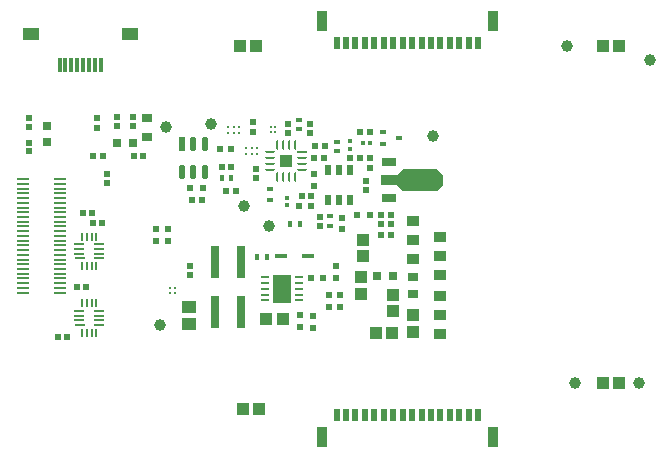
<source format=gbp>
G04*
G04 #@! TF.GenerationSoftware,Altium Limited,Altium Designer,24.6.1 (21)*
G04*
G04 Layer_Color=128*
%FSLAX44Y44*%
%MOMM*%
G71*
G04*
G04 #@! TF.SameCoordinates,E18C277C-CF0C-426E-95C7-D1DF2096CF1D*
G04*
G04*
G04 #@! TF.FilePolarity,Positive*
G04*
G01*
G75*
%ADD22C,1.0000*%
%ADD23R,0.5200X0.5600*%
%ADD24R,0.5000X0.4000*%
%ADD27R,0.4000X0.5000*%
%ADD33R,0.5725X0.5682*%
%ADD37C,0.2260*%
%ADD38R,0.5600X0.5200*%
G04:AMPARAMS|DCode=40|XSize=0.55mm|YSize=0.8mm|CornerRadius=0.0495mm|HoleSize=0mm|Usage=FLASHONLY|Rotation=0.000|XOffset=0mm|YOffset=0mm|HoleType=Round|Shape=RoundedRectangle|*
%AMROUNDEDRECTD40*
21,1,0.5500,0.7010,0,0,0.0*
21,1,0.4510,0.8000,0,0,0.0*
1,1,0.0990,0.2255,-0.3505*
1,1,0.0990,-0.2255,-0.3505*
1,1,0.0990,-0.2255,0.3505*
1,1,0.0990,0.2255,0.3505*
%
%ADD40ROUNDEDRECTD40*%
%ADD41R,0.6000X0.4000*%
%ADD43R,0.6153X0.5725*%
%ADD44R,0.4682X0.4725*%
%ADD46R,0.4725X0.4682*%
%ADD47R,1.1051X1.0062*%
%ADD48R,0.6500X0.7000*%
%ADD49R,1.0062X1.1051*%
%ADD53R,1.0000X0.9000*%
%ADD58R,0.5682X0.5725*%
%ADD62R,0.5153X0.4725*%
%ADD67R,0.9000X0.7500*%
%ADD68R,0.5725X0.6153*%
%ADD115R,0.5334X1.0414*%
%ADD116R,0.9398X1.6510*%
%ADD117R,0.3000X1.2000*%
%ADD118R,1.4000X1.0000*%
%ADD119R,1.1064X0.4156*%
%ADD120R,0.7000X0.2500*%
%ADD121R,1.6500X2.3800*%
%ADD122R,0.4750X0.5000*%
%ADD123R,0.5000X0.4750*%
%ADD124R,0.6000X0.6000*%
G04:AMPARAMS|DCode=125|XSize=0.75mm|YSize=0.22mm|CornerRadius=0.0066mm|HoleSize=0mm|Usage=FLASHONLY|Rotation=90.000|XOffset=0mm|YOffset=0mm|HoleType=Round|Shape=RoundedRectangle|*
%AMROUNDEDRECTD125*
21,1,0.7500,0.2068,0,0,90.0*
21,1,0.7368,0.2200,0,0,90.0*
1,1,0.0132,0.1034,0.3684*
1,1,0.0132,0.1034,-0.3684*
1,1,0.0132,-0.1034,-0.3684*
1,1,0.0132,-0.1034,0.3684*
%
%ADD125ROUNDEDRECTD125*%
G04:AMPARAMS|DCode=126|XSize=0.81mm|YSize=0.22mm|CornerRadius=0.0066mm|HoleSize=0mm|Usage=FLASHONLY|Rotation=180.000|XOffset=0mm|YOffset=0mm|HoleType=Round|Shape=RoundedRectangle|*
%AMROUNDEDRECTD126*
21,1,0.8100,0.2068,0,0,180.0*
21,1,0.7968,0.2200,0,0,180.0*
1,1,0.0132,-0.3984,0.1034*
1,1,0.0132,0.3984,0.1034*
1,1,0.0132,0.3984,-0.1034*
1,1,0.0132,-0.3984,-0.1034*
%
%ADD126ROUNDEDRECTD126*%
G04:AMPARAMS|DCode=127|XSize=0.91mm|YSize=0.22mm|CornerRadius=0.0066mm|HoleSize=0mm|Usage=FLASHONLY|Rotation=0.000|XOffset=0mm|YOffset=0mm|HoleType=Round|Shape=RoundedRectangle|*
%AMROUNDEDRECTD127*
21,1,0.9100,0.2068,0,0,0.0*
21,1,0.8968,0.2200,0,0,0.0*
1,1,0.0132,0.4484,-0.1034*
1,1,0.0132,-0.4484,-0.1034*
1,1,0.0132,-0.4484,0.1034*
1,1,0.0132,0.4484,0.1034*
%
%ADD127ROUNDEDRECTD127*%
%ADD128R,0.4725X0.5153*%
G04:AMPARAMS|DCode=129|XSize=1.2397mm|YSize=0.5258mm|CornerRadius=0.2629mm|HoleSize=0mm|Usage=FLASHONLY|Rotation=270.000|XOffset=0mm|YOffset=0mm|HoleType=Round|Shape=RoundedRectangle|*
%AMROUNDEDRECTD129*
21,1,1.2397,0.0000,0,0,270.0*
21,1,0.7139,0.5258,0,0,270.0*
1,1,0.5258,0.0000,-0.3569*
1,1,0.5258,0.0000,0.3569*
1,1,0.5258,0.0000,0.3569*
1,1,0.5258,0.0000,-0.3569*
%
%ADD129ROUNDEDRECTD129*%
%ADD130R,0.5258X1.2397*%
%ADD131R,0.4000X0.3500*%
%ADD132R,0.5100X0.4000*%
%ADD135R,1.3000X0.7112*%
%ADD136R,0.6000X0.5000*%
%ADD137R,0.9000X0.6500*%
%ADD138R,0.8000X2.7000*%
%ADD139R,1.3082X1.0057*%
%ADD140R,1.1318X0.1524*%
%ADD141R,0.7000X0.6500*%
%ADD142R,0.3627X0.4541*%
%ADD143R,0.4541X0.3627*%
%ADD144R,0.5000X0.4750*%
G04:AMPARAMS|DCode=145|XSize=0.806mm|YSize=0.2393mm|CornerRadius=0.1196mm|HoleSize=0mm|Usage=FLASHONLY|Rotation=180.000|XOffset=0mm|YOffset=0mm|HoleType=Round|Shape=RoundedRectangle|*
%AMROUNDEDRECTD145*
21,1,0.8060,0.0000,0,0,180.0*
21,1,0.5667,0.2393,0,0,180.0*
1,1,0.2393,-0.2834,0.0000*
1,1,0.2393,0.2834,0.0000*
1,1,0.2393,0.2834,0.0000*
1,1,0.2393,-0.2834,0.0000*
%
%ADD145ROUNDEDRECTD145*%
G04:AMPARAMS|DCode=146|XSize=0.2393mm|YSize=0.806mm|CornerRadius=0.1196mm|HoleSize=0mm|Usage=FLASHONLY|Rotation=180.000|XOffset=0mm|YOffset=0mm|HoleType=Round|Shape=RoundedRectangle|*
%AMROUNDEDRECTD146*
21,1,0.2393,0.5667,0,0,180.0*
21,1,0.0000,0.8060,0,0,180.0*
1,1,0.2393,0.0000,0.2834*
1,1,0.2393,0.0000,0.2834*
1,1,0.2393,0.0000,-0.2834*
1,1,0.2393,0.0000,-0.2834*
%
%ADD146ROUNDEDRECTD146*%
%ADD148R,0.8060X0.2393*%
%ADD149R,0.4750X0.5000*%
%ADD162R,1.0119X1.0119*%
G36*
X49920Y46072D02*
Y36928D01*
X44967Y31975D01*
X16519D01*
X11566Y36928D01*
X-2531D01*
Y46072D01*
X11566D01*
X16519Y51025D01*
X44967D01*
X49920Y46072D01*
D02*
G37*
D22*
X162000Y-130000D02*
D03*
X225000Y143000D02*
D03*
X155000Y155000D02*
D03*
X216000Y-130000D02*
D03*
X-184083Y86695D02*
D03*
X-189250Y-81230D02*
D03*
X41250Y78750D02*
D03*
X-97500Y2250D02*
D03*
X-118750Y19500D02*
D03*
X-146000Y89000D02*
D03*
D23*
X-108388Y50550D02*
D03*
Y42950D02*
D03*
X-62500Y89050D02*
D03*
Y81450D02*
D03*
X-54250Y2700D02*
D03*
Y10300D02*
D03*
X-164500Y-39050D02*
D03*
Y-31450D02*
D03*
X-80750Y81450D02*
D03*
Y89050D02*
D03*
D24*
X-45250Y10750D02*
D03*
Y2750D02*
D03*
X-71743Y92362D02*
D03*
Y84362D02*
D03*
X-40000Y66000D02*
D03*
Y74000D02*
D03*
D27*
X-79250Y4000D02*
D03*
X-71250D02*
D03*
X-137250Y43250D02*
D03*
X-129250D02*
D03*
X-99000Y-23728D02*
D03*
X-107000D02*
D03*
D33*
X-35750Y-22D02*
D03*
Y9021D02*
D03*
X-110750Y91021D02*
D03*
Y81979D02*
D03*
D37*
X-176750Y-54250D02*
D03*
Y-50250D02*
D03*
X-180750Y-54250D02*
D03*
Y-50250D02*
D03*
X-117000Y63250D02*
D03*
X-112000D02*
D03*
X-117000Y68250D02*
D03*
X-112000D02*
D03*
X-107000D02*
D03*
Y63250D02*
D03*
X-132250Y81500D02*
D03*
X-127250D02*
D03*
X-132250Y86500D02*
D03*
X-127250D02*
D03*
X-122250D02*
D03*
Y81500D02*
D03*
X-95750Y86500D02*
D03*
Y82500D02*
D03*
X-91750D02*
D03*
Y86500D02*
D03*
D38*
X-129450Y52250D02*
D03*
X-137050D02*
D03*
X-211800Y62000D02*
D03*
X-204200D02*
D03*
X-260050Y-49250D02*
D03*
X-252450D02*
D03*
X-275800Y-91500D02*
D03*
X-268200D02*
D03*
D40*
X-28500Y50000D02*
D03*
X-47500D02*
D03*
X-38000D02*
D03*
X-28500Y24500D02*
D03*
X-38000D02*
D03*
X-47500D02*
D03*
D41*
X-96250Y24750D02*
D03*
Y33750D02*
D03*
D43*
X-138286Y68000D02*
D03*
X-129714D02*
D03*
X-58536Y70000D02*
D03*
X-49964D02*
D03*
X-50214Y60250D02*
D03*
X-58786D02*
D03*
X-162286Y25000D02*
D03*
X-153714D02*
D03*
D44*
X-255021Y13500D02*
D03*
X-246978D02*
D03*
X-237978Y62000D02*
D03*
X-246021D02*
D03*
X-20229Y60250D02*
D03*
X-28272D02*
D03*
X6022Y-5000D02*
D03*
X-2022D02*
D03*
X-246271Y5000D02*
D03*
X-238228D02*
D03*
X-19771Y82250D02*
D03*
X-11729D02*
D03*
D46*
X-234000Y38979D02*
D03*
Y47021D02*
D03*
X-15250Y41021D02*
D03*
Y32978D02*
D03*
X-2250Y12021D02*
D03*
Y3979D02*
D03*
X-12000Y51729D02*
D03*
Y59771D02*
D03*
D47*
X185244Y-130750D02*
D03*
X199256D02*
D03*
X-105494Y-152500D02*
D03*
X-119506D02*
D03*
X185494Y155000D02*
D03*
X199506D02*
D03*
X-107994D02*
D03*
X-122006D02*
D03*
X-99506Y-75729D02*
D03*
X-85494D02*
D03*
X-7006Y-88000D02*
D03*
X7006D02*
D03*
D48*
X-212750Y73000D02*
D03*
X-226250D02*
D03*
X7750Y-40000D02*
D03*
X-5750D02*
D03*
D49*
X-18000Y-23006D02*
D03*
Y-8994D02*
D03*
X-19000Y-55006D02*
D03*
Y-40994D02*
D03*
X7500Y-69506D02*
D03*
Y-55494D02*
D03*
X25000Y-87006D02*
D03*
Y-72994D02*
D03*
D53*
Y7000D02*
D03*
Y-9000D02*
D03*
Y-25000D02*
D03*
X47500Y-6500D02*
D03*
Y-22500D02*
D03*
Y-38500D02*
D03*
Y-88500D02*
D03*
Y-72500D02*
D03*
Y-56500D02*
D03*
D58*
X-134022Y32250D02*
D03*
X-124979D02*
D03*
X-46021Y-55750D02*
D03*
X-36978D02*
D03*
X-37229Y-65750D02*
D03*
X-46272D02*
D03*
D62*
X-61500Y28000D02*
D03*
X-69071D02*
D03*
D67*
X-200750Y78250D02*
D03*
Y93750D02*
D03*
D68*
X-243000Y85714D02*
D03*
Y94286D02*
D03*
D115*
X40000Y-157141D02*
D03*
X56000D02*
D03*
X32000D02*
D03*
X80000D02*
D03*
X64000D02*
D03*
X72000D02*
D03*
X-24000D02*
D03*
X-16000D02*
D03*
X-40000D02*
D03*
X-32000D02*
D03*
X8000D02*
D03*
X24000D02*
D03*
X0D02*
D03*
X-8000D02*
D03*
X48000D02*
D03*
X16000D02*
D03*
X0Y157141D02*
D03*
X-16000D02*
D03*
X8000D02*
D03*
X-40000D02*
D03*
X-24000D02*
D03*
X-32000D02*
D03*
X64000D02*
D03*
X56000D02*
D03*
X80000D02*
D03*
X72000D02*
D03*
X32000D02*
D03*
X16000D02*
D03*
X40000D02*
D03*
X48000D02*
D03*
X-8000D02*
D03*
X24000D02*
D03*
D116*
X92500Y-176341D02*
D03*
X-52500D02*
D03*
Y176341D02*
D03*
X92500D02*
D03*
D117*
X-249500Y138500D02*
D03*
X-239500D02*
D03*
X-259500D02*
D03*
X-264500D02*
D03*
X-254500D02*
D03*
X-244500D02*
D03*
X-269500D02*
D03*
X-274500D02*
D03*
D118*
X-215000Y165000D02*
D03*
X-298500D02*
D03*
D119*
X-63820Y-23228D02*
D03*
X-86680D02*
D03*
D120*
X-100500Y-60479D02*
D03*
Y-55479D02*
D03*
Y-50479D02*
D03*
Y-45479D02*
D03*
Y-40479D02*
D03*
X-72000Y-60479D02*
D03*
Y-55479D02*
D03*
Y-50479D02*
D03*
Y-45479D02*
D03*
Y-40479D02*
D03*
D121*
X-86250Y-50479D02*
D03*
D122*
X-61370Y-41250D02*
D03*
X-51130D02*
D03*
D123*
X-60000Y-83598D02*
D03*
X-59996Y-73331D02*
D03*
X-71000Y-72859D02*
D03*
Y-83098D02*
D03*
X-40250Y-31130D02*
D03*
Y-41370D02*
D03*
D124*
X-182500Y-10250D02*
D03*
Y250D02*
D03*
X-192500Y-10250D02*
D03*
Y250D02*
D03*
D125*
X-255250Y-31200D02*
D03*
X-251250D02*
D03*
X-247250D02*
D03*
X-243250D02*
D03*
Y-6300D02*
D03*
X-247250D02*
D03*
X-251250D02*
D03*
X-255250D02*
D03*
Y-87700D02*
D03*
Y-62800D02*
D03*
X-251250D02*
D03*
X-247250D02*
D03*
X-243250D02*
D03*
Y-87700D02*
D03*
X-247250D02*
D03*
X-251250D02*
D03*
D126*
X-240800Y-24750D02*
D03*
Y-20750D02*
D03*
Y-16750D02*
D03*
Y-12750D02*
D03*
X-257700D02*
D03*
Y-16750D02*
D03*
Y-20750D02*
D03*
Y-77250D02*
D03*
Y-73250D02*
D03*
Y-69250D02*
D03*
X-240800D02*
D03*
Y-73250D02*
D03*
Y-77250D02*
D03*
Y-81250D02*
D03*
D127*
X-257200Y-24750D02*
D03*
Y-81250D02*
D03*
D128*
X-226250Y94786D02*
D03*
Y87214D02*
D03*
X-212000Y94786D02*
D03*
Y87214D02*
D03*
X-300000Y86714D02*
D03*
Y94286D02*
D03*
Y65714D02*
D03*
Y73286D02*
D03*
X6250Y4214D02*
D03*
Y11786D02*
D03*
D129*
X-170750Y48345D02*
D03*
X-151750D02*
D03*
X-161250D02*
D03*
X-151750Y71655D02*
D03*
X-161250D02*
D03*
D130*
X-170750D02*
D03*
D131*
X-28750Y67750D02*
D03*
Y74250D02*
D03*
D132*
X12450Y77000D02*
D03*
X-450Y72000D02*
D03*
Y82000D02*
D03*
D135*
X4073Y56486D02*
D03*
Y26514D02*
D03*
D136*
X-22500Y12000D02*
D03*
X-11500D02*
D03*
X-153000Y34500D02*
D03*
X-164000D02*
D03*
D137*
X25000Y-40250D02*
D03*
Y-54750D02*
D03*
D138*
X-143000Y-28000D02*
D03*
X-121000D02*
D03*
Y-70000D02*
D03*
X-143000D02*
D03*
D139*
X-165000Y-65738D02*
D03*
Y-80262D02*
D03*
D140*
X-274252Y-53800D02*
D03*
X-305748D02*
D03*
Y-49800D02*
D03*
Y-45800D02*
D03*
Y-41800D02*
D03*
Y-37800D02*
D03*
Y-33800D02*
D03*
Y-29800D02*
D03*
Y-25800D02*
D03*
Y-21800D02*
D03*
Y-17800D02*
D03*
Y-13800D02*
D03*
X-274252Y-9800D02*
D03*
X-305748D02*
D03*
X-274252Y-5800D02*
D03*
X-305748D02*
D03*
X-274252Y-1800D02*
D03*
X-305748D02*
D03*
X-274252Y2200D02*
D03*
X-305748D02*
D03*
X-274252Y6200D02*
D03*
X-305748D02*
D03*
X-274252Y10200D02*
D03*
X-305748D02*
D03*
X-274252Y14200D02*
D03*
X-305748D02*
D03*
X-274252Y18200D02*
D03*
X-305748D02*
D03*
X-274252Y22200D02*
D03*
X-305748D02*
D03*
X-274252Y26200D02*
D03*
X-305748D02*
D03*
X-274252Y30200D02*
D03*
X-305748D02*
D03*
X-274252Y34200D02*
D03*
X-305748D02*
D03*
X-274252Y38200D02*
D03*
X-305748D02*
D03*
X-274252Y42200D02*
D03*
X-305748D02*
D03*
X-274252Y-13800D02*
D03*
Y-17800D02*
D03*
Y-21800D02*
D03*
Y-25800D02*
D03*
Y-29800D02*
D03*
Y-33800D02*
D03*
Y-37800D02*
D03*
Y-41800D02*
D03*
Y-45800D02*
D03*
Y-49800D02*
D03*
D141*
X-284750Y87000D02*
D03*
Y73500D02*
D03*
D142*
X-82000Y26043D02*
D03*
Y19957D02*
D03*
D143*
X-17543Y72500D02*
D03*
X-11457D02*
D03*
D144*
X-59250Y46375D02*
D03*
Y36124D02*
D03*
D145*
X-96561Y60000D02*
D03*
Y55000D02*
D03*
Y65000D02*
D03*
Y50000D02*
D03*
X-69500D02*
D03*
Y55000D02*
D03*
Y60000D02*
D03*
D146*
X-85531Y71031D02*
D03*
X-90531D02*
D03*
X-80531D02*
D03*
Y43969D02*
D03*
X-90531D02*
D03*
X-85531D02*
D03*
X-75531Y71031D02*
D03*
Y43969D02*
D03*
D148*
X-69500Y65000D02*
D03*
D149*
X-71876Y19500D02*
D03*
X-61624D02*
D03*
D162*
X-83031Y57500D02*
D03*
M02*

</source>
